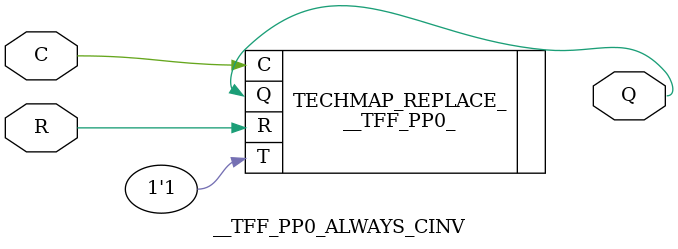
<source format=v>
module __TFF_PP0_ALWAYS (C, R, Q);
	input C, R;
	output wire Q;

	__TFF_PP0_ TECHMAP_REPLACE_(
		.C(C),
		.R(R),
		.Q(Q),
		.T(1'b1)
	);

endmodule

module __TFF_PP0_ALWAYS_CINV (C, R, Q);
	input C, R;
	output wire Q;

	__TFF_PP0_ TECHMAP_REPLACE_(
		.C(C),
		.R(R),
		.Q(Q),
		.T(1'b1)
	);

endmodule

</source>
